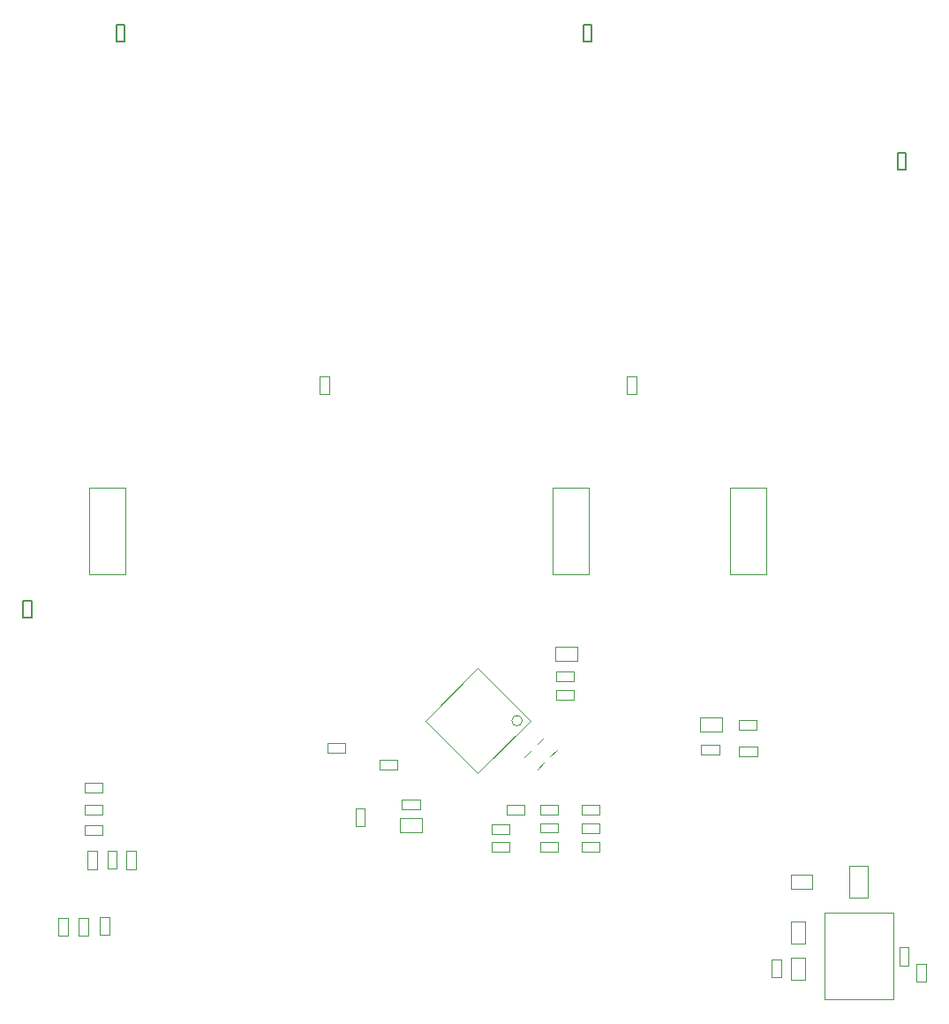
<source format=gbr>
%TF.GenerationSoftware,Altium Limited,Altium Designer,19.0.10 (269)*%
G04 Layer_Color=16711935*
%FSLAX26Y26*%
%MOIN*%
%TF.FileFunction,Other,Mechanical_13*%
%TF.Part,Single*%
G01*
G75*
%TA.AperFunction,NonConductor*%
%ADD77C,0.005000*%
%ADD79C,0.003937*%
D77*
X398252Y1846504D02*
X429748D01*
Y1909496D01*
X398252D02*
X429748D01*
X398252Y1846504D02*
Y1909496D01*
Y1846504D02*
X429748D01*
Y1909496D01*
X398252D02*
X429748D01*
X398252Y1846504D02*
Y1909496D01*
X-1364748Y1846504D02*
X-1333252D01*
Y1909496D01*
X-1364748D02*
X-1333252D01*
X-1364748Y1846504D02*
Y1909496D01*
Y1846504D02*
X-1333252D01*
Y1909496D01*
X-1364748D02*
X-1333252D01*
X-1364748Y1846504D02*
Y1909496D01*
X1584252Y1363504D02*
X1615748D01*
Y1426496D01*
X1584252D02*
X1615748D01*
X1584252Y1363504D02*
Y1426496D01*
Y1363504D02*
X1615748D01*
Y1426496D01*
X1584252D02*
X1615748D01*
X1584252Y1363504D02*
Y1426496D01*
X-1716748Y-324496D02*
Y-261504D01*
X-1685252D01*
Y-324496D02*
Y-261504D01*
X-1716748Y-324496D02*
X-1685252D01*
X-1716748D02*
Y-261504D01*
X-1685252D01*
Y-324496D02*
Y-261504D01*
X-1716748Y-324496D02*
X-1685252D01*
D79*
X167231Y-715000D02*
G03*
X167231Y-715000I-19685J0D01*
G01*
X224136Y-899191D02*
X249190Y-874136D01*
X176810Y-851865D02*
X201865Y-826809D01*
X272135Y-850474D02*
X297190Y-825419D01*
X224810Y-803148D02*
X249864Y-778093D01*
X-566976Y-799283D02*
X-500047D01*
X-566976Y-834716D02*
X-500047D01*
X-566976D02*
Y-799283D01*
X-500047Y-834716D02*
Y-799283D01*
X597717Y516535D02*
Y583465D01*
X562284Y516535D02*
Y583465D01*
X597717D01*
X562284Y516535D02*
X597717D01*
X-562283D02*
Y583465D01*
X-597716Y516535D02*
Y583465D01*
X-562283D01*
X-597716Y516535D02*
X-562283D01*
X952480Y-163386D02*
X1087520D01*
X952480Y163386D02*
X1087520D01*
X952480Y-163386D02*
Y163386D01*
X1087520Y-163386D02*
Y163386D01*
X1309079Y-1438614D02*
X1568921D01*
X1309079Y-1765386D02*
X1568921D01*
Y-1438614D01*
X1309079Y-1765386D02*
Y-1438614D01*
X1470449Y-1384039D02*
Y-1263961D01*
X1401551Y-1384039D02*
Y-1263961D01*
Y-1384039D02*
X1470449D01*
X1401551Y-1263961D02*
X1470449D01*
X1180661Y-1348575D02*
Y-1295425D01*
X1263339Y-1348575D02*
Y-1295425D01*
X1180661D02*
X1263339D01*
X1180661Y-1348575D02*
X1263339D01*
X1181425Y-1472661D02*
X1234575D01*
X1181425Y-1555339D02*
X1234575D01*
Y-1472661D01*
X1181425Y-1555339D02*
Y-1472661D01*
X1626717Y-1637953D02*
Y-1571024D01*
X1591284Y-1637953D02*
Y-1571024D01*
X1626717D01*
X1591284Y-1637953D02*
X1626717D01*
X1690717Y-1698465D02*
Y-1631535D01*
X1655284Y-1698465D02*
Y-1631535D01*
X1690717D01*
X1655284Y-1698465D02*
X1690717D01*
X1182425Y-1609661D02*
X1235575D01*
X1182425Y-1692339D02*
X1235575D01*
Y-1609661D01*
X1182425Y-1692339D02*
Y-1609661D01*
X1107299Y-1681937D02*
Y-1615008D01*
X1144701Y-1681937D02*
Y-1615008D01*
X1107299Y-1681937D02*
X1144701D01*
X1107299Y-1615008D02*
X1144701D01*
X843535Y-807283D02*
X910465D01*
X843535Y-842716D02*
X910465D01*
X843535D02*
Y-807283D01*
X910465Y-842716D02*
Y-807283D01*
X1053874Y-849717D02*
Y-814284D01*
X986945Y-849717D02*
Y-814284D01*
Y-849717D02*
X1053874D01*
X986945Y-814284D02*
X1053874D01*
X1051465Y-748717D02*
Y-713284D01*
X984535Y-748717D02*
Y-713284D01*
Y-748717D02*
X1051465D01*
X984535Y-713284D02*
X1051465D01*
X922339Y-756575D02*
Y-703425D01*
X839661Y-756575D02*
Y-703425D01*
Y-756575D02*
X922339D01*
X839661Y-703425D02*
X922339D01*
X291661Y-490575D02*
Y-437425D01*
X374339Y-490575D02*
Y-437425D01*
X291661D02*
X374339D01*
X291661Y-490575D02*
X374339D01*
X295063Y-528266D02*
X361992D01*
X295063Y-565667D02*
X361992D01*
X295063D02*
Y-528266D01*
X361992Y-565667D02*
Y-528266D01*
X294536Y-599299D02*
X361465D01*
X294536Y-636701D02*
X361465D01*
X294536D02*
Y-599299D01*
X361465Y-636701D02*
Y-599299D01*
X-197656Y-715000D02*
X0Y-517344D01*
Y-912656D02*
X197656Y-715000D01*
X-197656D02*
X0Y-912656D01*
Y-517344D02*
X197656Y-715000D01*
X174465Y-1067716D02*
Y-1032283D01*
X107535Y-1067716D02*
Y-1032283D01*
Y-1067716D02*
X174465D01*
X107535Y-1032283D02*
X174465D01*
X50535Y-1142813D02*
Y-1107380D01*
X117464Y-1142813D02*
Y-1107380D01*
X50535D02*
X117464D01*
X50535Y-1142813D02*
X117464D01*
X117465Y-1208701D02*
Y-1171299D01*
X50535Y-1208701D02*
Y-1171299D01*
Y-1208701D02*
X117465D01*
X50535Y-1171299D02*
X117465D01*
X235480Y-1137677D02*
Y-1102244D01*
X302409Y-1137677D02*
Y-1102244D01*
X235480D02*
X302409D01*
X235480Y-1137677D02*
X302409D01*
X302409Y-1067716D02*
Y-1032283D01*
X235480Y-1067716D02*
Y-1032283D01*
Y-1067716D02*
X302409D01*
X235480Y-1032283D02*
X302409D01*
X302409Y-1208661D02*
Y-1171260D01*
X235480Y-1208661D02*
Y-1171260D01*
Y-1208661D02*
X302409D01*
X235480Y-1171260D02*
X302409D01*
X391535Y-1207717D02*
Y-1172284D01*
X458465Y-1207717D02*
Y-1172284D01*
X391535D02*
X458465D01*
X391535Y-1207717D02*
X458465D01*
Y-1138701D02*
Y-1101299D01*
X391536Y-1138701D02*
Y-1101299D01*
Y-1138701D02*
X458465D01*
X391536Y-1101299D02*
X458465D01*
X-426283Y-1111465D02*
Y-1044535D01*
X-461716Y-1111465D02*
Y-1044535D01*
X-426283D01*
X-461716Y-1111465D02*
X-426283D01*
X-369976Y-864283D02*
X-303047D01*
X-369976Y-899716D02*
X-303047D01*
X-369976D02*
Y-864283D01*
X-303047Y-899716D02*
Y-864283D01*
X-1547299Y-1524992D02*
Y-1458063D01*
X-1584701Y-1524992D02*
Y-1458063D01*
X-1547299D01*
X-1584701Y-1524992D02*
X-1547299D01*
X-1470299Y-1524937D02*
Y-1458008D01*
X-1507701Y-1524937D02*
Y-1458008D01*
X-1470299D01*
X-1507701Y-1524937D02*
X-1470299D01*
X-1391299Y-1523937D02*
Y-1457008D01*
X-1428701Y-1523937D02*
Y-1457008D01*
X-1391299D01*
X-1428701Y-1523937D02*
X-1391299D01*
X-1483465Y-1144717D02*
X-1416535D01*
X-1483465Y-1109284D02*
X-1416535D01*
Y-1144717D02*
Y-1109284D01*
X-1483465Y-1144717D02*
Y-1109284D01*
Y-1068717D02*
X-1416535D01*
X-1483465Y-1033284D02*
X-1416535D01*
Y-1068717D02*
Y-1033284D01*
X-1483465Y-1068717D02*
Y-1033284D01*
Y-985717D02*
X-1416535D01*
X-1483465Y-950284D02*
X-1416535D01*
Y-985717D02*
Y-950284D01*
X-1483465Y-985717D02*
Y-950284D01*
X-1473221Y-1274465D02*
Y-1207535D01*
X-1437788Y-1274465D02*
Y-1207535D01*
X-1473221Y-1274465D02*
X-1437788D01*
X-1473221Y-1207535D02*
X-1437788D01*
X-1326717Y-1274465D02*
Y-1207535D01*
X-1291284Y-1274465D02*
Y-1207535D01*
X-1326717Y-1274465D02*
X-1291284D01*
X-1326717Y-1207535D02*
X-1291284D01*
X391535Y-1032283D02*
X458465D01*
X391535Y-1067716D02*
X458465D01*
X391535D02*
Y-1032283D01*
X458465Y-1067716D02*
Y-1032283D01*
X-1398717Y-1273976D02*
Y-1207047D01*
X-1363284Y-1273976D02*
Y-1207047D01*
X-1398717Y-1273976D02*
X-1363284D01*
X-1398717Y-1207047D02*
X-1363284D01*
X-286465Y-1048777D02*
X-219535D01*
X-286465Y-1013344D02*
X-219535D01*
Y-1048777D02*
Y-1013344D01*
X-286465Y-1048777D02*
Y-1013344D01*
X-293677Y-1134575D02*
Y-1081425D01*
X-211000Y-1134575D02*
Y-1081425D01*
X-293677D02*
X-211000D01*
X-293677Y-1134575D02*
X-211000D01*
X-1332480Y-163386D02*
Y163386D01*
X-1467520Y-163386D02*
Y163386D01*
X-1332480D01*
X-1467520Y-163386D02*
X-1332480D01*
X417520D02*
Y163386D01*
X282480Y-163386D02*
Y163386D01*
X417520D01*
X282480Y-163386D02*
X417520D01*
%TF.MD5,6bf0f5602a4005e544256acb4841ae5b*%
M02*

</source>
